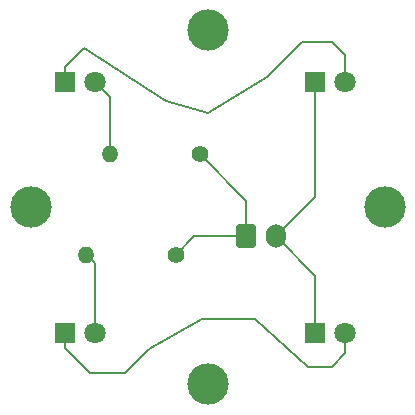
<source format=gbr>
%TF.GenerationSoftware,KiCad,Pcbnew,8.0.3*%
%TF.CreationDate,2024-07-15T13:33:40+01:00*%
%TF.ProjectId,Alignment PCB,416c6967-6e6d-4656-9e74-205043422e6b,rev?*%
%TF.SameCoordinates,Original*%
%TF.FileFunction,Copper,L1,Top*%
%TF.FilePolarity,Positive*%
%FSLAX46Y46*%
G04 Gerber Fmt 4.6, Leading zero omitted, Abs format (unit mm)*
G04 Created by KiCad (PCBNEW 8.0.3) date 2024-07-15 13:33:40*
%MOMM*%
%LPD*%
G01*
G04 APERTURE LIST*
G04 Aperture macros list*
%AMRoundRect*
0 Rectangle with rounded corners*
0 $1 Rounding radius*
0 $2 $3 $4 $5 $6 $7 $8 $9 X,Y pos of 4 corners*
0 Add a 4 corners polygon primitive as box body*
4,1,4,$2,$3,$4,$5,$6,$7,$8,$9,$2,$3,0*
0 Add four circle primitives for the rounded corners*
1,1,$1+$1,$2,$3*
1,1,$1+$1,$4,$5*
1,1,$1+$1,$6,$7*
1,1,$1+$1,$8,$9*
0 Add four rect primitives between the rounded corners*
20,1,$1+$1,$2,$3,$4,$5,0*
20,1,$1+$1,$4,$5,$6,$7,0*
20,1,$1+$1,$6,$7,$8,$9,0*
20,1,$1+$1,$8,$9,$2,$3,0*%
G04 Aperture macros list end*
%TA.AperFunction,ComponentPad*%
%ADD10R,1.800000X1.800000*%
%TD*%
%TA.AperFunction,ComponentPad*%
%ADD11C,1.800000*%
%TD*%
%TA.AperFunction,ComponentPad*%
%ADD12C,1.400000*%
%TD*%
%TA.AperFunction,ComponentPad*%
%ADD13O,1.400000X1.400000*%
%TD*%
%TA.AperFunction,ComponentPad*%
%ADD14RoundRect,0.250000X-0.600000X-0.750000X0.600000X-0.750000X0.600000X0.750000X-0.600000X0.750000X0*%
%TD*%
%TA.AperFunction,ComponentPad*%
%ADD15O,1.700000X2.000000*%
%TD*%
%TA.AperFunction,ViaPad*%
%ADD16C,3.500000*%
%TD*%
%TA.AperFunction,Conductor*%
%ADD17C,0.200000*%
%TD*%
G04 APERTURE END LIST*
D10*
%TO.P,D4,1,K*%
%TO.N,GND*%
X109110000Y-60610000D03*
D11*
%TO.P,D4,2,A*%
%TO.N,Net-(D3-K)*%
X111650000Y-60610000D03*
%TD*%
D10*
%TO.P,D3,1,K*%
%TO.N,Net-(D3-K)*%
X87890000Y-60610000D03*
D11*
%TO.P,D3,2,A*%
%TO.N,Net-(D3-A)*%
X90430000Y-60610000D03*
%TD*%
%TO.P,D2,2,A*%
%TO.N,Net-(D1-K)*%
X111650000Y-39390000D03*
D10*
%TO.P,D2,1,K*%
%TO.N,GND*%
X109110000Y-39390000D03*
%TD*%
D11*
%TO.P,D1,2,A*%
%TO.N,Net-(D1-A)*%
X90430000Y-39390000D03*
D10*
%TO.P,D1,1,K*%
%TO.N,Net-(D1-K)*%
X87890000Y-39390000D03*
%TD*%
D12*
%TO.P,R2,1*%
%TO.N,+5V*%
X97310000Y-54000000D03*
D13*
%TO.P,R2,2*%
%TO.N,Net-(D3-A)*%
X89690000Y-54000000D03*
%TD*%
D12*
%TO.P,R1,1*%
%TO.N,+5V*%
X99310000Y-45500000D03*
D13*
%TO.P,R1,2*%
%TO.N,Net-(D1-A)*%
X91690000Y-45500000D03*
%TD*%
D14*
%TO.P,J1,1,Pin_1*%
%TO.N,+5V*%
X103250000Y-52475000D03*
D15*
%TO.P,J1,2,Pin_2*%
%TO.N,GND*%
X105750000Y-52475000D03*
%TD*%
D16*
%TO.N,*%
X85000000Y-50000000D03*
X100000000Y-35000000D03*
X100000000Y-65000000D03*
X115000000Y-50000000D03*
%TD*%
D17*
%TO.N,Net-(D1-K)*%
X111650000Y-37150000D02*
X111650000Y-39390000D01*
X108000000Y-36000000D02*
X110500000Y-36000000D01*
X105000000Y-39000000D02*
X108000000Y-36000000D01*
X96479167Y-41000000D02*
X100000000Y-42000000D01*
X100000000Y-42000000D02*
X105000000Y-39000000D01*
X89500000Y-36500000D02*
X96479167Y-41000000D01*
X110500000Y-36000000D02*
X111650000Y-37150000D01*
X87890000Y-38110000D02*
X89500000Y-36500000D01*
X87890000Y-39390000D02*
X87890000Y-38110000D01*
%TO.N,Net-(D3-K)*%
X111650000Y-62350000D02*
X111650000Y-60610000D01*
X110500000Y-63500000D02*
X111650000Y-62350000D01*
X95000000Y-62000000D02*
X99500000Y-59500000D01*
X99500000Y-59500000D02*
X104000000Y-59500000D01*
X104000000Y-59500000D02*
X108500000Y-63500000D01*
X93000000Y-64000000D02*
X95000000Y-62000000D01*
X87890000Y-61890000D02*
X90000000Y-64000000D01*
X90000000Y-64000000D02*
X93000000Y-64000000D01*
X108500000Y-63500000D02*
X110500000Y-63500000D01*
X87890000Y-60610000D02*
X87890000Y-61890000D01*
%TO.N,GND*%
X109110000Y-49115000D02*
X105750000Y-52475000D01*
X109110000Y-39390000D02*
X109110000Y-49115000D01*
%TO.N,Net-(D1-A)*%
X91690000Y-40650000D02*
X90430000Y-39390000D01*
X91690000Y-45500000D02*
X91690000Y-40650000D01*
%TO.N,GND*%
X109110000Y-60610000D02*
X109110000Y-55835000D01*
X109110000Y-55835000D02*
X105750000Y-52475000D01*
%TO.N,Net-(D3-A)*%
X90430000Y-54740000D02*
X90430000Y-60610000D01*
X89690000Y-54000000D02*
X90430000Y-54740000D01*
%TO.N,+5V*%
X98835000Y-52475000D02*
X97310000Y-54000000D01*
X103250000Y-52475000D02*
X98835000Y-52475000D01*
X103250000Y-49440000D02*
X99310000Y-45500000D01*
X103250000Y-52475000D02*
X103250000Y-49440000D01*
%TD*%
M02*

</source>
